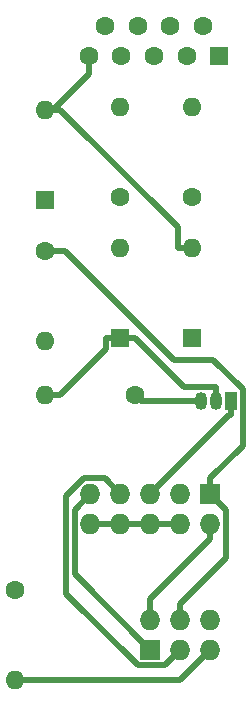
<source format=gbr>
G04 #@! TF.GenerationSoftware,KiCad,Pcbnew,5.1.4-3.fc30*
G04 #@! TF.CreationDate,2019-10-13T14:01:56+02:00*
G04 #@! TF.ProjectId,dasa-3,64617361-2d33-42e6-9b69-6361645f7063,1.0*
G04 #@! TF.SameCoordinates,PX6f2f610PY6a57250*
G04 #@! TF.FileFunction,Copper,L2,Bot*
G04 #@! TF.FilePolarity,Positive*
%FSLAX46Y46*%
G04 Gerber Fmt 4.6, Leading zero omitted, Abs format (unit mm)*
G04 Created by KiCad (PCBNEW 5.1.4-3.fc30) date 2019-10-13 14:01:56*
%MOMM*%
%LPD*%
G04 APERTURE LIST*
%ADD10C,1.600000*%
%ADD11R,1.600000X1.600000*%
%ADD12O,1.600000X1.600000*%
%ADD13R,1.727200X1.727200*%
%ADD14O,1.727200X1.727200*%
%ADD15O,1.050000X1.500000*%
%ADD16R,1.050000X1.500000*%
%ADD17C,0.500000*%
G04 APERTURE END LIST*
D10*
X11387000Y57912000D03*
X14157000Y57912000D03*
X16927000Y57912000D03*
X19697000Y57912000D03*
X10002000Y55372000D03*
X12772000Y55372000D03*
X15542000Y55372000D03*
X18312000Y55372000D03*
D11*
X21082000Y55372000D03*
D12*
X6350000Y50800000D03*
D11*
X6350000Y43180000D03*
X18796000Y31496000D03*
D12*
X18796000Y39116000D03*
D11*
X12700000Y31496000D03*
D12*
X12700000Y39116000D03*
D13*
X20320000Y18288000D03*
D14*
X20320000Y15748000D03*
X17780000Y18288000D03*
X17780000Y15748000D03*
X15240000Y18288000D03*
X15240000Y15748000D03*
X12700000Y18288000D03*
X12700000Y15748000D03*
X10160000Y18288000D03*
X10160000Y15748000D03*
D13*
X15240000Y5080000D03*
D14*
X15240000Y7620000D03*
X17780000Y5080000D03*
X17780000Y7620000D03*
X20320000Y5080000D03*
X20320000Y7620000D03*
D15*
X20828000Y26162000D03*
X19558000Y26162000D03*
D16*
X22098000Y26162000D03*
D10*
X6350000Y38862000D03*
D12*
X6350000Y31242000D03*
X18796000Y51054000D03*
D10*
X18796000Y43434000D03*
D12*
X12700000Y51054000D03*
D10*
X12700000Y43434000D03*
X13970000Y26670000D03*
D12*
X6350000Y26670000D03*
D10*
X3810000Y10160000D03*
D12*
X3810000Y2540000D03*
D17*
X13970000Y26670000D02*
X14478000Y26162000D01*
X14478000Y26162000D02*
X19558000Y26162000D01*
X6975200Y50800000D02*
X10002000Y53826800D01*
X10002000Y53826800D02*
X10002000Y55372000D01*
X6975200Y50800000D02*
X7600300Y50800000D01*
X6350000Y50800000D02*
X6975200Y50800000D01*
X18796000Y39116000D02*
X17545700Y39116000D01*
X17545700Y39116000D02*
X17545700Y40854600D01*
X17545700Y40854600D02*
X7600300Y50800000D01*
X15240000Y15748000D02*
X17780000Y15748000D01*
X12700000Y15748000D02*
X15240000Y15748000D01*
X10160000Y15748000D02*
X12700000Y15748000D01*
X20320000Y18288000D02*
X20320000Y19601900D01*
X6350000Y38862000D02*
X8004300Y38862000D01*
X8004300Y38862000D02*
X17215500Y29650800D01*
X17215500Y29650800D02*
X20554300Y29650800D01*
X20554300Y29650800D02*
X23081300Y27123800D01*
X23081300Y27123800D02*
X23081300Y22363200D01*
X23081300Y22363200D02*
X20320000Y19601900D01*
X17780000Y8933900D02*
X21661100Y12815000D01*
X21661100Y12815000D02*
X21661100Y16946900D01*
X21661100Y16946900D02*
X20320000Y18288000D01*
X17780000Y7620000D02*
X17780000Y8933900D01*
X12700000Y18288000D02*
X11376900Y19611100D01*
X11376900Y19611100D02*
X9596600Y19611100D01*
X9596600Y19611100D02*
X8094600Y18109100D01*
X8094600Y18109100D02*
X8094600Y9820200D01*
X8094600Y9820200D02*
X14148800Y3766000D01*
X14148800Y3766000D02*
X16466000Y3766000D01*
X16466000Y3766000D02*
X17780000Y5080000D01*
X12700000Y31496000D02*
X13950300Y31496000D01*
X13950300Y31496000D02*
X18084000Y27362300D01*
X18084000Y27362300D02*
X20828000Y27362300D01*
X20828000Y26162000D02*
X20828000Y27362300D01*
X12700000Y31496000D02*
X11449700Y31496000D01*
X6350000Y26670000D02*
X7600300Y26670000D01*
X7600300Y26670000D02*
X11449700Y30519400D01*
X11449700Y30519400D02*
X11449700Y31496000D01*
X15240000Y5080000D02*
X8819500Y11500500D01*
X8819500Y11500500D02*
X8819500Y16947500D01*
X8819500Y16947500D02*
X10160000Y18288000D01*
X20320000Y15748000D02*
X20320000Y14434100D01*
X15240000Y7620000D02*
X15240000Y9354100D01*
X15240000Y9354100D02*
X20320000Y14434100D01*
X22098000Y26162000D02*
X22098000Y24961700D01*
X22098000Y24961700D02*
X21913700Y24961700D01*
X21913700Y24961700D02*
X15240000Y18288000D01*
X3810000Y2540000D02*
X17780000Y2540000D01*
X17780000Y2540000D02*
X20320000Y5080000D01*
M02*

</source>
